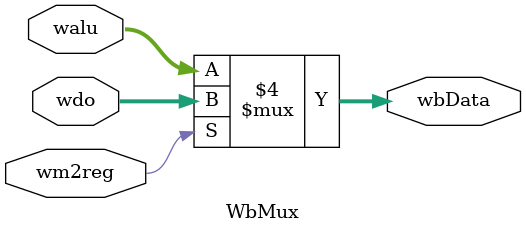
<source format=v>
`timescale 1ns / 1ps


module WbMux(
    input [31:0] walu,
    input [31:0] wdo,
    input wm2reg,
    output reg [31:0] wbData
    );
    
    always @ (*)
        begin
            if (wm2reg == 0)
                wbData = walu;
            else
                wbData = wdo;
        end
endmodule

</source>
